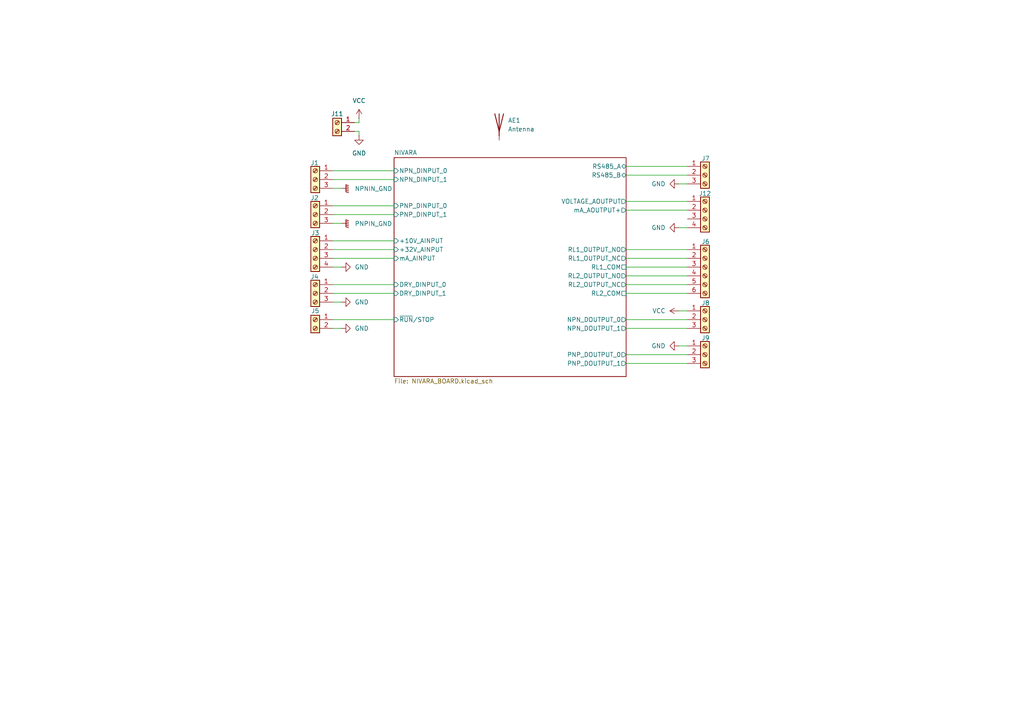
<source format=kicad_sch>
(kicad_sch
	(version 20250114)
	(generator "eeschema")
	(generator_version "9.0")
	(uuid "8290cc18-06d0-4e02-a781-29a61ebc321a")
	(paper "A4")
	(title_block
		(title "NIVARA_BOARD")
		(date "8/7/2025")
		(company "ITLA")
	)
	(lib_symbols
		(symbol "Connector:Screw_Terminal_01x02"
			(pin_names
				(offset 1.016)
				(hide yes)
			)
			(exclude_from_sim no)
			(in_bom yes)
			(on_board yes)
			(property "Reference" "J"
				(at 0 2.54 0)
				(effects
					(font
						(size 1.27 1.27)
					)
				)
			)
			(property "Value" "Screw_Terminal_01x02"
				(at 0 -5.08 0)
				(effects
					(font
						(size 1.27 1.27)
					)
				)
			)
			(property "Footprint" ""
				(at 0 0 0)
				(effects
					(font
						(size 1.27 1.27)
					)
					(hide yes)
				)
			)
			(property "Datasheet" "~"
				(at 0 0 0)
				(effects
					(font
						(size 1.27 1.27)
					)
					(hide yes)
				)
			)
			(property "Description" "Generic screw terminal, single row, 01x02, script generated (kicad-library-utils/schlib/autogen/connector/)"
				(at 0 0 0)
				(effects
					(font
						(size 1.27 1.27)
					)
					(hide yes)
				)
			)
			(property "ki_keywords" "screw terminal"
				(at 0 0 0)
				(effects
					(font
						(size 1.27 1.27)
					)
					(hide yes)
				)
			)
			(property "ki_fp_filters" "TerminalBlock*:*"
				(at 0 0 0)
				(effects
					(font
						(size 1.27 1.27)
					)
					(hide yes)
				)
			)
			(symbol "Screw_Terminal_01x02_1_1"
				(rectangle
					(start -1.27 1.27)
					(end 1.27 -3.81)
					(stroke
						(width 0.254)
						(type default)
					)
					(fill
						(type background)
					)
				)
				(polyline
					(pts
						(xy -0.5334 0.3302) (xy 0.3302 -0.508)
					)
					(stroke
						(width 0.1524)
						(type default)
					)
					(fill
						(type none)
					)
				)
				(polyline
					(pts
						(xy -0.5334 -2.2098) (xy 0.3302 -3.048)
					)
					(stroke
						(width 0.1524)
						(type default)
					)
					(fill
						(type none)
					)
				)
				(polyline
					(pts
						(xy -0.3556 0.508) (xy 0.508 -0.3302)
					)
					(stroke
						(width 0.1524)
						(type default)
					)
					(fill
						(type none)
					)
				)
				(polyline
					(pts
						(xy -0.3556 -2.032) (xy 0.508 -2.8702)
					)
					(stroke
						(width 0.1524)
						(type default)
					)
					(fill
						(type none)
					)
				)
				(circle
					(center 0 0)
					(radius 0.635)
					(stroke
						(width 0.1524)
						(type default)
					)
					(fill
						(type none)
					)
				)
				(circle
					(center 0 -2.54)
					(radius 0.635)
					(stroke
						(width 0.1524)
						(type default)
					)
					(fill
						(type none)
					)
				)
				(pin passive line
					(at -5.08 0 0)
					(length 3.81)
					(name "Pin_1"
						(effects
							(font
								(size 1.27 1.27)
							)
						)
					)
					(number "1"
						(effects
							(font
								(size 1.27 1.27)
							)
						)
					)
				)
				(pin passive line
					(at -5.08 -2.54 0)
					(length 3.81)
					(name "Pin_2"
						(effects
							(font
								(size 1.27 1.27)
							)
						)
					)
					(number "2"
						(effects
							(font
								(size 1.27 1.27)
							)
						)
					)
				)
			)
			(embedded_fonts no)
		)
		(symbol "Connector:Screw_Terminal_01x03"
			(pin_names
				(offset 1.016)
				(hide yes)
			)
			(exclude_from_sim no)
			(in_bom yes)
			(on_board yes)
			(property "Reference" "J"
				(at 0 5.08 0)
				(effects
					(font
						(size 1.27 1.27)
					)
				)
			)
			(property "Value" "Screw_Terminal_01x03"
				(at 0 -5.08 0)
				(effects
					(font
						(size 1.27 1.27)
					)
				)
			)
			(property "Footprint" ""
				(at 0 0 0)
				(effects
					(font
						(size 1.27 1.27)
					)
					(hide yes)
				)
			)
			(property "Datasheet" "~"
				(at 0 0 0)
				(effects
					(font
						(size 1.27 1.27)
					)
					(hide yes)
				)
			)
			(property "Description" "Generic screw terminal, single row, 01x03, script generated (kicad-library-utils/schlib/autogen/connector/)"
				(at 0 0 0)
				(effects
					(font
						(size 1.27 1.27)
					)
					(hide yes)
				)
			)
			(property "ki_keywords" "screw terminal"
				(at 0 0 0)
				(effects
					(font
						(size 1.27 1.27)
					)
					(hide yes)
				)
			)
			(property "ki_fp_filters" "TerminalBlock*:*"
				(at 0 0 0)
				(effects
					(font
						(size 1.27 1.27)
					)
					(hide yes)
				)
			)
			(symbol "Screw_Terminal_01x03_1_1"
				(rectangle
					(start -1.27 3.81)
					(end 1.27 -3.81)
					(stroke
						(width 0.254)
						(type default)
					)
					(fill
						(type background)
					)
				)
				(polyline
					(pts
						(xy -0.5334 2.8702) (xy 0.3302 2.032)
					)
					(stroke
						(width 0.1524)
						(type default)
					)
					(fill
						(type none)
					)
				)
				(polyline
					(pts
						(xy -0.5334 0.3302) (xy 0.3302 -0.508)
					)
					(stroke
						(width 0.1524)
						(type default)
					)
					(fill
						(type none)
					)
				)
				(polyline
					(pts
						(xy -0.5334 -2.2098) (xy 0.3302 -3.048)
					)
					(stroke
						(width 0.1524)
						(type default)
					)
					(fill
						(type none)
					)
				)
				(polyline
					(pts
						(xy -0.3556 3.048) (xy 0.508 2.2098)
					)
					(stroke
						(width 0.1524)
						(type default)
					)
					(fill
						(type none)
					)
				)
				(polyline
					(pts
						(xy -0.3556 0.508) (xy 0.508 -0.3302)
					)
					(stroke
						(width 0.1524)
						(type default)
					)
					(fill
						(type none)
					)
				)
				(polyline
					(pts
						(xy -0.3556 -2.032) (xy 0.508 -2.8702)
					)
					(stroke
						(width 0.1524)
						(type default)
					)
					(fill
						(type none)
					)
				)
				(circle
					(center 0 2.54)
					(radius 0.635)
					(stroke
						(width 0.1524)
						(type default)
					)
					(fill
						(type none)
					)
				)
				(circle
					(center 0 0)
					(radius 0.635)
					(stroke
						(width 0.1524)
						(type default)
					)
					(fill
						(type none)
					)
				)
				(circle
					(center 0 -2.54)
					(radius 0.635)
					(stroke
						(width 0.1524)
						(type default)
					)
					(fill
						(type none)
					)
				)
				(pin passive line
					(at -5.08 2.54 0)
					(length 3.81)
					(name "Pin_1"
						(effects
							(font
								(size 1.27 1.27)
							)
						)
					)
					(number "1"
						(effects
							(font
								(size 1.27 1.27)
							)
						)
					)
				)
				(pin passive line
					(at -5.08 0 0)
					(length 3.81)
					(name "Pin_2"
						(effects
							(font
								(size 1.27 1.27)
							)
						)
					)
					(number "2"
						(effects
							(font
								(size 1.27 1.27)
							)
						)
					)
				)
				(pin passive line
					(at -5.08 -2.54 0)
					(length 3.81)
					(name "Pin_3"
						(effects
							(font
								(size 1.27 1.27)
							)
						)
					)
					(number "3"
						(effects
							(font
								(size 1.27 1.27)
							)
						)
					)
				)
			)
			(embedded_fonts no)
		)
		(symbol "Connector:Screw_Terminal_01x04"
			(pin_names
				(offset 1.016)
				(hide yes)
			)
			(exclude_from_sim no)
			(in_bom yes)
			(on_board yes)
			(property "Reference" "J"
				(at 0 5.08 0)
				(effects
					(font
						(size 1.27 1.27)
					)
				)
			)
			(property "Value" "Screw_Terminal_01x04"
				(at 0 -7.62 0)
				(effects
					(font
						(size 1.27 1.27)
					)
				)
			)
			(property "Footprint" ""
				(at 0 0 0)
				(effects
					(font
						(size 1.27 1.27)
					)
					(hide yes)
				)
			)
			(property "Datasheet" "~"
				(at 0 0 0)
				(effects
					(font
						(size 1.27 1.27)
					)
					(hide yes)
				)
			)
			(property "Description" "Generic screw terminal, single row, 01x04, script generated (kicad-library-utils/schlib/autogen/connector/)"
				(at 0 0 0)
				(effects
					(font
						(size 1.27 1.27)
					)
					(hide yes)
				)
			)
			(property "ki_keywords" "screw terminal"
				(at 0 0 0)
				(effects
					(font
						(size 1.27 1.27)
					)
					(hide yes)
				)
			)
			(property "ki_fp_filters" "TerminalBlock*:*"
				(at 0 0 0)
				(effects
					(font
						(size 1.27 1.27)
					)
					(hide yes)
				)
			)
			(symbol "Screw_Terminal_01x04_1_1"
				(rectangle
					(start -1.27 3.81)
					(end 1.27 -6.35)
					(stroke
						(width 0.254)
						(type default)
					)
					(fill
						(type background)
					)
				)
				(polyline
					(pts
						(xy -0.5334 2.8702) (xy 0.3302 2.032)
					)
					(stroke
						(width 0.1524)
						(type default)
					)
					(fill
						(type none)
					)
				)
				(polyline
					(pts
						(xy -0.5334 0.3302) (xy 0.3302 -0.508)
					)
					(stroke
						(width 0.1524)
						(type default)
					)
					(fill
						(type none)
					)
				)
				(polyline
					(pts
						(xy -0.5334 -2.2098) (xy 0.3302 -3.048)
					)
					(stroke
						(width 0.1524)
						(type default)
					)
					(fill
						(type none)
					)
				)
				(polyline
					(pts
						(xy -0.5334 -4.7498) (xy 0.3302 -5.588)
					)
					(stroke
						(width 0.1524)
						(type default)
					)
					(fill
						(type none)
					)
				)
				(polyline
					(pts
						(xy -0.3556 3.048) (xy 0.508 2.2098)
					)
					(stroke
						(width 0.1524)
						(type default)
					)
					(fill
						(type none)
					)
				)
				(polyline
					(pts
						(xy -0.3556 0.508) (xy 0.508 -0.3302)
					)
					(stroke
						(width 0.1524)
						(type default)
					)
					(fill
						(type none)
					)
				)
				(polyline
					(pts
						(xy -0.3556 -2.032) (xy 0.508 -2.8702)
					)
					(stroke
						(width 0.1524)
						(type default)
					)
					(fill
						(type none)
					)
				)
				(polyline
					(pts
						(xy -0.3556 -4.572) (xy 0.508 -5.4102)
					)
					(stroke
						(width 0.1524)
						(type default)
					)
					(fill
						(type none)
					)
				)
				(circle
					(center 0 2.54)
					(radius 0.635)
					(stroke
						(width 0.1524)
						(type default)
					)
					(fill
						(type none)
					)
				)
				(circle
					(center 0 0)
					(radius 0.635)
					(stroke
						(width 0.1524)
						(type default)
					)
					(fill
						(type none)
					)
				)
				(circle
					(center 0 -2.54)
					(radius 0.635)
					(stroke
						(width 0.1524)
						(type default)
					)
					(fill
						(type none)
					)
				)
				(circle
					(center 0 -5.08)
					(radius 0.635)
					(stroke
						(width 0.1524)
						(type default)
					)
					(fill
						(type none)
					)
				)
				(pin passive line
					(at -5.08 2.54 0)
					(length 3.81)
					(name "Pin_1"
						(effects
							(font
								(size 1.27 1.27)
							)
						)
					)
					(number "1"
						(effects
							(font
								(size 1.27 1.27)
							)
						)
					)
				)
				(pin passive line
					(at -5.08 0 0)
					(length 3.81)
					(name "Pin_2"
						(effects
							(font
								(size 1.27 1.27)
							)
						)
					)
					(number "2"
						(effects
							(font
								(size 1.27 1.27)
							)
						)
					)
				)
				(pin passive line
					(at -5.08 -2.54 0)
					(length 3.81)
					(name "Pin_3"
						(effects
							(font
								(size 1.27 1.27)
							)
						)
					)
					(number "3"
						(effects
							(font
								(size 1.27 1.27)
							)
						)
					)
				)
				(pin passive line
					(at -5.08 -5.08 0)
					(length 3.81)
					(name "Pin_4"
						(effects
							(font
								(size 1.27 1.27)
							)
						)
					)
					(number "4"
						(effects
							(font
								(size 1.27 1.27)
							)
						)
					)
				)
			)
			(embedded_fonts no)
		)
		(symbol "Connector:Screw_Terminal_01x06"
			(pin_names
				(offset 1.016)
				(hide yes)
			)
			(exclude_from_sim no)
			(in_bom yes)
			(on_board yes)
			(property "Reference" "J"
				(at 0 7.62 0)
				(effects
					(font
						(size 1.27 1.27)
					)
				)
			)
			(property "Value" "Screw_Terminal_01x06"
				(at 0 -10.16 0)
				(effects
					(font
						(size 1.27 1.27)
					)
				)
			)
			(property "Footprint" ""
				(at 0 0 0)
				(effects
					(font
						(size 1.27 1.27)
					)
					(hide yes)
				)
			)
			(property "Datasheet" "~"
				(at 0 0 0)
				(effects
					(font
						(size 1.27 1.27)
					)
					(hide yes)
				)
			)
			(property "Description" "Generic screw terminal, single row, 01x06, script generated (kicad-library-utils/schlib/autogen/connector/)"
				(at 0 0 0)
				(effects
					(font
						(size 1.27 1.27)
					)
					(hide yes)
				)
			)
			(property "ki_keywords" "screw terminal"
				(at 0 0 0)
				(effects
					(font
						(size 1.27 1.27)
					)
					(hide yes)
				)
			)
			(property "ki_fp_filters" "TerminalBlock*:*"
				(at 0 0 0)
				(effects
					(font
						(size 1.27 1.27)
					)
					(hide yes)
				)
			)
			(symbol "Screw_Terminal_01x06_1_1"
				(rectangle
					(start -1.27 6.35)
					(end 1.27 -8.89)
					(stroke
						(width 0.254)
						(type default)
					)
					(fill
						(type background)
					)
				)
				(polyline
					(pts
						(xy -0.5334 5.4102) (xy 0.3302 4.572)
					)
					(stroke
						(width 0.1524)
						(type default)
					)
					(fill
						(type none)
					)
				)
				(polyline
					(pts
						(xy -0.5334 2.8702) (xy 0.3302 2.032)
					)
					(stroke
						(width 0.1524)
						(type default)
					)
					(fill
						(type none)
					)
				)
				(polyline
					(pts
						(xy -0.5334 0.3302) (xy 0.3302 -0.508)
					)
					(stroke
						(width 0.1524)
						(type default)
					)
					(fill
						(type none)
					)
				)
				(polyline
					(pts
						(xy -0.5334 -2.2098) (xy 0.3302 -3.048)
					)
					(stroke
						(width 0.1524)
						(type default)
					)
					(fill
						(type none)
					)
				)
				(polyline
					(pts
						(xy -0.5334 -4.7498) (xy 0.3302 -5.588)
					)
					(stroke
						(width 0.1524)
						(type default)
					)
					(fill
						(type none)
					)
				)
				(polyline
					(pts
						(xy -0.5334 -7.2898) (xy 0.3302 -8.128)
					)
					(stroke
						(width 0.1524)
						(type default)
					)
					(fill
						(type none)
					)
				)
				(polyline
					(pts
						(xy -0.3556 5.588) (xy 0.508 4.7498)
					)
					(stroke
						(width 0.1524)
						(type default)
					)
					(fill
						(type none)
					)
				)
				(polyline
					(pts
						(xy -0.3556 3.048) (xy 0.508 2.2098)
					)
					(stroke
						(width 0.1524)
						(type default)
					)
					(fill
						(type none)
					)
				)
				(polyline
					(pts
						(xy -0.3556 0.508) (xy 0.508 -0.3302)
					)
					(stroke
						(width 0.1524)
						(type default)
					)
					(fill
						(type none)
					)
				)
				(polyline
					(pts
						(xy -0.3556 -2.032) (xy 0.508 -2.8702)
					)
					(stroke
						(width 0.1524)
						(type default)
					)
					(fill
						(type none)
					)
				)
				(polyline
					(pts
						(xy -0.3556 -4.572) (xy 0.508 -5.4102)
					)
					(stroke
						(width 0.1524)
						(type default)
					)
					(fill
						(type none)
					)
				)
				(polyline
					(pts
						(xy -0.3556 -7.112) (xy 0.508 -7.9502)
					)
					(stroke
						(width 0.1524)
						(type default)
					)
					(fill
						(type none)
					)
				)
				(circle
					(center 0 5.08)
					(radius 0.635)
					(stroke
						(width 0.1524)
						(type default)
					)
					(fill
						(type none)
					)
				)
				(circle
					(center 0 2.54)
					(radius 0.635)
					(stroke
						(width 0.1524)
						(type default)
					)
					(fill
						(type none)
					)
				)
				(circle
					(center 0 0)
					(radius 0.635)
					(stroke
						(width 0.1524)
						(type default)
					)
					(fill
						(type none)
					)
				)
				(circle
					(center 0 -2.54)
					(radius 0.635)
					(stroke
						(width 0.1524)
						(type default)
					)
					(fill
						(type none)
					)
				)
				(circle
					(center 0 -5.08)
					(radius 0.635)
					(stroke
						(width 0.1524)
						(type default)
					)
					(fill
						(type none)
					)
				)
				(circle
					(center 0 -7.62)
					(radius 0.635)
					(stroke
						(width 0.1524)
						(type default)
					)
					(fill
						(type none)
					)
				)
				(pin passive line
					(at -5.08 5.08 0)
					(length 3.81)
					(name "Pin_1"
						(effects
							(font
								(size 1.27 1.27)
							)
						)
					)
					(number "1"
						(effects
							(font
								(size 1.27 1.27)
							)
						)
					)
				)
				(pin passive line
					(at -5.08 2.54 0)
					(length 3.81)
					(name "Pin_2"
						(effects
							(font
								(size 1.27 1.27)
							)
						)
					)
					(number "2"
						(effects
							(font
								(size 1.27 1.27)
							)
						)
					)
				)
				(pin passive line
					(at -5.08 0 0)
					(length 3.81)
					(name "Pin_3"
						(effects
							(font
								(size 1.27 1.27)
							)
						)
					)
					(number "3"
						(effects
							(font
								(size 1.27 1.27)
							)
						)
					)
				)
				(pin passive line
					(at -5.08 -2.54 0)
					(length 3.81)
					(name "Pin_4"
						(effects
							(font
								(size 1.27 1.27)
							)
						)
					)
					(number "4"
						(effects
							(font
								(size 1.27 1.27)
							)
						)
					)
				)
				(pin passive line
					(at -5.08 -5.08 0)
					(length 3.81)
					(name "Pin_5"
						(effects
							(font
								(size 1.27 1.27)
							)
						)
					)
					(number "5"
						(effects
							(font
								(size 1.27 1.27)
							)
						)
					)
				)
				(pin passive line
					(at -5.08 -7.62 0)
					(length 3.81)
					(name "Pin_6"
						(effects
							(font
								(size 1.27 1.27)
							)
						)
					)
					(number "6"
						(effects
							(font
								(size 1.27 1.27)
							)
						)
					)
				)
			)
			(embedded_fonts no)
		)
		(symbol "Device:Antenna"
			(pin_numbers
				(hide yes)
			)
			(pin_names
				(offset 1.016)
				(hide yes)
			)
			(exclude_from_sim no)
			(in_bom yes)
			(on_board yes)
			(property "Reference" "AE"
				(at -1.905 1.905 0)
				(effects
					(font
						(size 1.27 1.27)
					)
					(justify right)
				)
			)
			(property "Value" "Antenna"
				(at -1.905 0 0)
				(effects
					(font
						(size 1.27 1.27)
					)
					(justify right)
				)
			)
			(property "Footprint" ""
				(at 0 0 0)
				(effects
					(font
						(size 1.27 1.27)
					)
					(hide yes)
				)
			)
			(property "Datasheet" "~"
				(at 0 0 0)
				(effects
					(font
						(size 1.27 1.27)
					)
					(hide yes)
				)
			)
			(property "Description" "Antenna"
				(at 0 0 0)
				(effects
					(font
						(size 1.27 1.27)
					)
					(hide yes)
				)
			)
			(property "ki_keywords" "antenna"
				(at 0 0 0)
				(effects
					(font
						(size 1.27 1.27)
					)
					(hide yes)
				)
			)
			(symbol "Antenna_0_1"
				(polyline
					(pts
						(xy 0 2.54) (xy 0 -3.81)
					)
					(stroke
						(width 0.254)
						(type default)
					)
					(fill
						(type none)
					)
				)
				(polyline
					(pts
						(xy 1.27 2.54) (xy 0 -2.54) (xy -1.27 2.54)
					)
					(stroke
						(width 0.254)
						(type default)
					)
					(fill
						(type none)
					)
				)
			)
			(symbol "Antenna_1_1"
				(pin input line
					(at 0 -5.08 90)
					(length 2.54)
					(name "A"
						(effects
							(font
								(size 1.27 1.27)
							)
						)
					)
					(number "1"
						(effects
							(font
								(size 1.27 1.27)
							)
						)
					)
				)
			)
			(embedded_fonts no)
		)
		(symbol "power:GND"
			(power)
			(pin_numbers
				(hide yes)
			)
			(pin_names
				(offset 0)
				(hide yes)
			)
			(exclude_from_sim no)
			(in_bom yes)
			(on_board yes)
			(property "Reference" "#PWR"
				(at 0 -6.35 0)
				(effects
					(font
						(size 1.27 1.27)
					)
					(hide yes)
				)
			)
			(property "Value" "GND"
				(at 0 -3.81 0)
				(effects
					(font
						(size 1.27 1.27)
					)
				)
			)
			(property "Footprint" ""
				(at 0 0 0)
				(effects
					(font
						(size 1.27 1.27)
					)
					(hide yes)
				)
			)
			(property "Datasheet" ""
				(at 0 0 0)
				(effects
					(font
						(size 1.27 1.27)
					)
					(hide yes)
				)
			)
			(property "Description" "Power symbol creates a global label with name \"GND\" , ground"
				(at 0 0 0)
				(effects
					(font
						(size 1.27 1.27)
					)
					(hide yes)
				)
			)
			(property "ki_keywords" "global power"
				(at 0 0 0)
				(effects
					(font
						(size 1.27 1.27)
					)
					(hide yes)
				)
			)
			(symbol "GND_0_1"
				(polyline
					(pts
						(xy 0 0) (xy 0 -1.27) (xy 1.27 -1.27) (xy 0 -2.54) (xy -1.27 -1.27) (xy 0 -1.27)
					)
					(stroke
						(width 0)
						(type default)
					)
					(fill
						(type none)
					)
				)
			)
			(symbol "GND_1_1"
				(pin power_in line
					(at 0 0 270)
					(length 0)
					(name "~"
						(effects
							(font
								(size 1.27 1.27)
							)
						)
					)
					(number "1"
						(effects
							(font
								(size 1.27 1.27)
							)
						)
					)
				)
			)
			(embedded_fonts no)
		)
		(symbol "power:GNDPWR"
			(power)
			(pin_numbers
				(hide yes)
			)
			(pin_names
				(offset 0)
				(hide yes)
			)
			(exclude_from_sim no)
			(in_bom yes)
			(on_board yes)
			(property "Reference" "#PWR"
				(at 0 -5.08 0)
				(effects
					(font
						(size 1.27 1.27)
					)
					(hide yes)
				)
			)
			(property "Value" "GNDPWR"
				(at 0 -3.302 0)
				(effects
					(font
						(size 1.27 1.27)
					)
				)
			)
			(property "Footprint" ""
				(at 0 -1.27 0)
				(effects
					(font
						(size 1.27 1.27)
					)
					(hide yes)
				)
			)
			(property "Datasheet" ""
				(at 0 -1.27 0)
				(effects
					(font
						(size 1.27 1.27)
					)
					(hide yes)
				)
			)
			(property "Description" "Power symbol creates a global label with name \"GNDPWR\" , global ground"
				(at 0 0 0)
				(effects
					(font
						(size 1.27 1.27)
					)
					(hide yes)
				)
			)
			(property "ki_keywords" "global ground"
				(at 0 0 0)
				(effects
					(font
						(size 1.27 1.27)
					)
					(hide yes)
				)
			)
			(symbol "GNDPWR_0_1"
				(polyline
					(pts
						(xy -1.016 -1.27) (xy -1.27 -2.032) (xy -1.27 -2.032)
					)
					(stroke
						(width 0.2032)
						(type default)
					)
					(fill
						(type none)
					)
				)
				(polyline
					(pts
						(xy -0.508 -1.27) (xy -0.762 -2.032) (xy -0.762 -2.032)
					)
					(stroke
						(width 0.2032)
						(type default)
					)
					(fill
						(type none)
					)
				)
				(polyline
					(pts
						(xy 0 -1.27) (xy 0 0)
					)
					(stroke
						(width 0)
						(type default)
					)
					(fill
						(type none)
					)
				)
				(polyline
					(pts
						(xy 0 -1.27) (xy -0.254 -2.032) (xy -0.254 -2.032)
					)
					(stroke
						(width 0.2032)
						(type default)
					)
					(fill
						(type none)
					)
				)
				(polyline
					(pts
						(xy 0.508 -1.27) (xy 0.254 -2.032) (xy 0.254 -2.032)
					)
					(stroke
						(width 0.2032)
						(type default)
					)
					(fill
						(type none)
					)
				)
				(polyline
					(pts
						(xy 1.016 -1.27) (xy -1.016 -1.27) (xy -1.016 -1.27)
					)
					(stroke
						(width 0.2032)
						(type default)
					)
					(fill
						(type none)
					)
				)
				(polyline
					(pts
						(xy 1.016 -1.27) (xy 0.762 -2.032) (xy 0.762 -2.032) (xy 0.762 -2.032)
					)
					(stroke
						(width 0.2032)
						(type default)
					)
					(fill
						(type none)
					)
				)
			)
			(symbol "GNDPWR_1_1"
				(pin power_in line
					(at 0 0 270)
					(length 0)
					(name "~"
						(effects
							(font
								(size 1.27 1.27)
							)
						)
					)
					(number "1"
						(effects
							(font
								(size 1.27 1.27)
							)
						)
					)
				)
			)
			(embedded_fonts no)
		)
		(symbol "power:VCC"
			(power)
			(pin_numbers
				(hide yes)
			)
			(pin_names
				(offset 0)
				(hide yes)
			)
			(exclude_from_sim no)
			(in_bom yes)
			(on_board yes)
			(property "Reference" "#PWR"
				(at 0 -3.81 0)
				(effects
					(font
						(size 1.27 1.27)
					)
					(hide yes)
				)
			)
			(property "Value" "VCC"
				(at 0 3.556 0)
				(effects
					(font
						(size 1.27 1.27)
					)
				)
			)
			(property "Footprint" ""
				(at 0 0 0)
				(effects
					(font
						(size 1.27 1.27)
					)
					(hide yes)
				)
			)
			(property "Datasheet" ""
				(at 0 0 0)
				(effects
					(font
						(size 1.27 1.27)
					)
					(hide yes)
				)
			)
			(property "Description" "Power symbol creates a global label with name \"VCC\""
				(at 0 0 0)
				(effects
					(font
						(size 1.27 1.27)
					)
					(hide yes)
				)
			)
			(property "ki_keywords" "global power"
				(at 0 0 0)
				(effects
					(font
						(size 1.27 1.27)
					)
					(hide yes)
				)
			)
			(symbol "VCC_0_1"
				(polyline
					(pts
						(xy -0.762 1.27) (xy 0 2.54)
					)
					(stroke
						(width 0)
						(type default)
					)
					(fill
						(type none)
					)
				)
				(polyline
					(pts
						(xy 0 2.54) (xy 0.762 1.27)
					)
					(stroke
						(width 0)
						(type default)
					)
					(fill
						(type none)
					)
				)
				(polyline
					(pts
						(xy 0 0) (xy 0 2.54)
					)
					(stroke
						(width 0)
						(type default)
					)
					(fill
						(type none)
					)
				)
			)
			(symbol "VCC_1_1"
				(pin power_in line
					(at 0 0 90)
					(length 0)
					(name "~"
						(effects
							(font
								(size 1.27 1.27)
							)
						)
					)
					(number "1"
						(effects
							(font
								(size 1.27 1.27)
							)
						)
					)
				)
			)
			(embedded_fonts no)
		)
	)
	(wire
		(pts
			(xy 96.52 54.61) (xy 99.06 54.61)
		)
		(stroke
			(width 0)
			(type default)
		)
		(uuid "10910ba0-47b9-4604-b87a-e9569d25ce8d")
	)
	(wire
		(pts
			(xy 96.52 64.77) (xy 99.06 64.77)
		)
		(stroke
			(width 0)
			(type default)
		)
		(uuid "1868de76-c9b1-4eb9-94bc-89e56b0027a5")
	)
	(wire
		(pts
			(xy 181.61 92.71) (xy 199.39 92.71)
		)
		(stroke
			(width 0)
			(type default)
		)
		(uuid "2175c94b-5098-4ba7-bf16-aefdc2dd210c")
	)
	(wire
		(pts
			(xy 181.61 72.39) (xy 199.39 72.39)
		)
		(stroke
			(width 0)
			(type default)
		)
		(uuid "295f0da3-06cc-479d-b848-0da8b6db71b9")
	)
	(wire
		(pts
			(xy 181.61 102.87) (xy 199.39 102.87)
		)
		(stroke
			(width 0)
			(type default)
		)
		(uuid "30a607a1-92fd-4a29-969a-16e621b414d6")
	)
	(wire
		(pts
			(xy 96.52 62.23) (xy 114.3 62.23)
		)
		(stroke
			(width 0)
			(type default)
		)
		(uuid "39fa4e1c-ff66-44c9-bc81-d2785d072871")
	)
	(wire
		(pts
			(xy 96.52 72.39) (xy 114.3 72.39)
		)
		(stroke
			(width 0)
			(type default)
		)
		(uuid "3ad9b961-6d07-4650-a2e1-1462b5199d27")
	)
	(wire
		(pts
			(xy 196.85 90.17) (xy 199.39 90.17)
		)
		(stroke
			(width 0)
			(type default)
		)
		(uuid "3c9d1e47-ad0a-4f26-a02c-36d6f1e0749f")
	)
	(wire
		(pts
			(xy 181.61 80.01) (xy 199.39 80.01)
		)
		(stroke
			(width 0)
			(type default)
		)
		(uuid "47188c51-19da-42c7-b6f7-f7df4cd16f1b")
	)
	(wire
		(pts
			(xy 96.52 52.07) (xy 114.3 52.07)
		)
		(stroke
			(width 0)
			(type default)
		)
		(uuid "63967b44-d0e6-4985-84ff-7c6f89b42429")
	)
	(wire
		(pts
			(xy 181.61 60.96) (xy 199.39 60.96)
		)
		(stroke
			(width 0)
			(type default)
		)
		(uuid "68c9f81d-c3ab-4dd7-90ea-47b7c15b8669")
	)
	(wire
		(pts
			(xy 181.61 48.26) (xy 199.39 48.26)
		)
		(stroke
			(width 0)
			(type default)
		)
		(uuid "748303d1-8168-4d22-8e94-637e8ef85735")
	)
	(wire
		(pts
			(xy 181.61 85.09) (xy 199.39 85.09)
		)
		(stroke
			(width 0)
			(type default)
		)
		(uuid "7944358a-f625-48f3-bd09-ea3de6d6da2a")
	)
	(wire
		(pts
			(xy 196.85 100.33) (xy 199.39 100.33)
		)
		(stroke
			(width 0)
			(type default)
		)
		(uuid "80952afb-54a6-4c5a-b8b8-6f5b7f6645cd")
	)
	(wire
		(pts
			(xy 96.52 85.09) (xy 114.3 85.09)
		)
		(stroke
			(width 0)
			(type default)
		)
		(uuid "817a1ad0-4508-4589-a408-de73394a67e3")
	)
	(wire
		(pts
			(xy 96.52 69.85) (xy 114.3 69.85)
		)
		(stroke
			(width 0)
			(type default)
		)
		(uuid "867b1b4f-70e0-45be-8214-081b011da3ae")
	)
	(wire
		(pts
			(xy 196.85 53.34) (xy 199.39 53.34)
		)
		(stroke
			(width 0)
			(type default)
		)
		(uuid "8b14870a-49a5-4569-b018-ff054bf80c66")
	)
	(wire
		(pts
			(xy 96.52 74.93) (xy 114.3 74.93)
		)
		(stroke
			(width 0)
			(type default)
		)
		(uuid "914a522a-5601-4d28-9250-b07df7a5ba1b")
	)
	(wire
		(pts
			(xy 96.52 59.69) (xy 114.3 59.69)
		)
		(stroke
			(width 0)
			(type default)
		)
		(uuid "971957dd-727a-461b-bb92-f7fc2ac3e490")
	)
	(wire
		(pts
			(xy 181.61 74.93) (xy 199.39 74.93)
		)
		(stroke
			(width 0)
			(type default)
		)
		(uuid "9ab9f7c9-9231-42e3-aba0-9ab6c8c9fb04")
	)
	(wire
		(pts
			(xy 104.14 35.56) (xy 104.14 34.29)
		)
		(stroke
			(width 0)
			(type default)
		)
		(uuid "9e6e3a47-64f1-45d8-9563-79890ec494af")
	)
	(wire
		(pts
			(xy 96.52 95.25) (xy 99.06 95.25)
		)
		(stroke
			(width 0)
			(type default)
		)
		(uuid "ac6626c6-b388-4b59-8744-0f078568f3eb")
	)
	(wire
		(pts
			(xy 96.52 87.63) (xy 99.06 87.63)
		)
		(stroke
			(width 0)
			(type default)
		)
		(uuid "af22f126-c9b5-4ae7-a53d-86e1e1af825f")
	)
	(wire
		(pts
			(xy 102.87 35.56) (xy 104.14 35.56)
		)
		(stroke
			(width 0)
			(type default)
		)
		(uuid "af3e0336-8565-4793-aea7-3e95a52aa0b5")
	)
	(wire
		(pts
			(xy 181.61 58.42) (xy 199.39 58.42)
		)
		(stroke
			(width 0)
			(type default)
		)
		(uuid "b0d2d129-2864-485a-8f34-c77b07934a0f")
	)
	(wire
		(pts
			(xy 181.61 50.8) (xy 199.39 50.8)
		)
		(stroke
			(width 0)
			(type default)
		)
		(uuid "d3104bdc-6eac-4776-8d03-c5dd3e7f47d6")
	)
	(wire
		(pts
			(xy 181.61 77.47) (xy 199.39 77.47)
		)
		(stroke
			(width 0)
			(type default)
		)
		(uuid "dab8a0d6-4987-4aa5-bbea-e4bba3dfd1ac")
	)
	(wire
		(pts
			(xy 96.52 82.55) (xy 114.3 82.55)
		)
		(stroke
			(width 0)
			(type default)
		)
		(uuid "e09d4447-189c-4908-b0c5-f53f97bc4b3d")
	)
	(wire
		(pts
			(xy 196.85 66.04) (xy 199.39 66.04)
		)
		(stroke
			(width 0)
			(type default)
		)
		(uuid "e2eebae6-d333-40e6-88f8-2ae6c5492b30")
	)
	(wire
		(pts
			(xy 181.61 82.55) (xy 199.39 82.55)
		)
		(stroke
			(width 0)
			(type default)
		)
		(uuid "e3b24c87-4175-4191-8746-68ec0edbec4a")
	)
	(wire
		(pts
			(xy 102.87 38.1) (xy 104.14 38.1)
		)
		(stroke
			(width 0)
			(type default)
		)
		(uuid "e4838255-4d05-49f1-a59b-5358019ec3ea")
	)
	(wire
		(pts
			(xy 96.52 92.71) (xy 114.3 92.71)
		)
		(stroke
			(width 0)
			(type default)
		)
		(uuid "e7c454e1-6cb5-4920-a00d-466c69723cfe")
	)
	(wire
		(pts
			(xy 96.52 77.47) (xy 99.06 77.47)
		)
		(stroke
			(width 0)
			(type default)
		)
		(uuid "ec0e7fb0-aa8f-4a0d-ab8e-bee509cbb9e7")
	)
	(wire
		(pts
			(xy 181.61 95.25) (xy 199.39 95.25)
		)
		(stroke
			(width 0)
			(type default)
		)
		(uuid "ec700187-3bb2-4ad0-bf11-09c78615ae37")
	)
	(wire
		(pts
			(xy 104.14 38.1) (xy 104.14 39.37)
		)
		(stroke
			(width 0)
			(type default)
		)
		(uuid "f38181ec-ed3a-4dca-b128-5d4cae0e9e8c")
	)
	(wire
		(pts
			(xy 181.61 105.41) (xy 199.39 105.41)
		)
		(stroke
			(width 0)
			(type default)
		)
		(uuid "f3eb829c-9bc3-4fb2-b4b1-1ac9d66880da")
	)
	(wire
		(pts
			(xy 96.52 49.53) (xy 114.3 49.53)
		)
		(stroke
			(width 0)
			(type default)
		)
		(uuid "fb6c3526-2b47-494b-aa34-ddc2d69f4855")
	)
	(symbol
		(lib_id "power:VCC")
		(at 104.14 34.29 0)
		(unit 1)
		(exclude_from_sim no)
		(in_bom yes)
		(on_board yes)
		(dnp no)
		(fields_autoplaced yes)
		(uuid "1e53e5bd-56a3-4d24-97fb-11a08909ca79")
		(property "Reference" "#PWR7"
			(at 104.14 38.1 0)
			(effects
				(font
					(size 1.27 1.27)
				)
				(hide yes)
			)
		)
		(property "Value" "VCC"
			(at 104.14 29.21 0)
			(effects
				(font
					(size 1.27 1.27)
				)
			)
		)
		(property "Footprint" ""
			(at 104.14 34.29 0)
			(effects
				(font
					(size 1.27 1.27)
				)
				(hide yes)
			)
		)
		(property "Datasheet" ""
			(at 104.14 34.29 0)
			(effects
				(font
					(size 1.27 1.27)
				)
				(hide yes)
			)
		)
		(property "Description" "Power symbol creates a global label with name \"VCC\""
			(at 104.14 34.29 0)
			(effects
				(font
					(size 1.27 1.27)
				)
				(hide yes)
			)
		)
		(pin "1"
			(uuid "e4492db2-ae95-46b0-9932-e9d8917c94cb")
		)
		(instances
			(project ""
				(path "/8290cc18-06d0-4e02-a781-29a61ebc321a"
					(reference "#PWR7")
					(unit 1)
				)
			)
		)
	)
	(symbol
		(lib_id "power:GND")
		(at 196.85 66.04 270)
		(unit 1)
		(exclude_from_sim no)
		(in_bom yes)
		(on_board yes)
		(dnp no)
		(fields_autoplaced yes)
		(uuid "2456bf3a-0e0b-4bcd-b197-696d38d5f7d6")
		(property "Reference" "#PWR5"
			(at 190.5 66.04 0)
			(effects
				(font
					(size 1.27 1.27)
				)
				(hide yes)
			)
		)
		(property "Value" "GND"
			(at 193.04 66.0399 90)
			(effects
				(font
					(size 1.27 1.27)
				)
				(justify right)
			)
		)
		(property "Footprint" ""
			(at 196.85 66.04 0)
			(effects
				(font
					(size 1.27 1.27)
				)
				(hide yes)
			)
		)
		(property "Datasheet" ""
			(at 196.85 66.04 0)
			(effects
				(font
					(size 1.27 1.27)
				)
				(hide yes)
			)
		)
		(property "Description" "Power symbol creates a global label with name \"GND\" , ground"
			(at 196.85 66.04 0)
			(effects
				(font
					(size 1.27 1.27)
				)
				(hide yes)
			)
		)
		(pin "1"
			(uuid "c31accbf-8a00-4fd2-a8ae-899e4e6d4770")
		)
		(instances
			(project "NIVARA"
				(path "/8290cc18-06d0-4e02-a781-29a61ebc321a"
					(reference "#PWR5")
					(unit 1)
				)
			)
		)
	)
	(symbol
		(lib_id "power:GND")
		(at 99.06 87.63 90)
		(unit 1)
		(exclude_from_sim no)
		(in_bom yes)
		(on_board yes)
		(dnp no)
		(fields_autoplaced yes)
		(uuid "49ae1290-d441-4781-812e-02c9d55b12d3")
		(property "Reference" "#PWR067"
			(at 105.41 87.63 0)
			(effects
				(font
					(size 1.27 1.27)
				)
				(hide yes)
			)
		)
		(property "Value" "GND"
			(at 102.87 87.6299 90)
			(effects
				(font
					(size 1.27 1.27)
				)
				(justify right)
			)
		)
		(property "Footprint" ""
			(at 99.06 87.63 0)
			(effects
				(font
					(size 1.27 1.27)
				)
				(hide yes)
			)
		)
		(property "Datasheet" ""
			(at 99.06 87.63 0)
			(effects
				(font
					(size 1.27 1.27)
				)
				(hide yes)
			)
		)
		(property "Description" "Power symbol creates a global label with name \"GND\" , ground"
			(at 99.06 87.63 0)
			(effects
				(font
					(size 1.27 1.27)
				)
				(hide yes)
			)
		)
		(pin "1"
			(uuid "44ff0d0e-f6bd-4ef7-b29b-af445c521b07")
		)
		(instances
			(project "NIVARA"
				(path "/8290cc18-06d0-4e02-a781-29a61ebc321a"
					(reference "#PWR067")
					(unit 1)
				)
			)
		)
	)
	(symbol
		(lib_id "Connector:Screw_Terminal_01x04")
		(at 204.47 60.96 0)
		(unit 1)
		(exclude_from_sim no)
		(in_bom yes)
		(on_board yes)
		(dnp no)
		(uuid "4e39cab3-8e45-42b5-b750-0fd659452d2a")
		(property "Reference" "J12"
			(at 204.47 56.134 0)
			(effects
				(font
					(size 1.27 1.27)
				)
			)
		)
		(property "Value" "Screw_Terminal_01x04"
			(at 204.47 54.61 0)
			(effects
				(font
					(size 1.27 1.27)
				)
				(hide yes)
			)
		)
		(property "Footprint" ""
			(at 204.47 60.96 0)
			(effects
				(font
					(size 1.27 1.27)
				)
				(hide yes)
			)
		)
		(property "Datasheet" "~"
			(at 204.47 60.96 0)
			(effects
				(font
					(size 1.27 1.27)
				)
				(hide yes)
			)
		)
		(property "Description" "Generic screw terminal, single row, 01x04, script generated (kicad-library-utils/schlib/autogen/connector/)"
			(at 204.47 60.96 0)
			(effects
				(font
					(size 1.27 1.27)
				)
				(hide yes)
			)
		)
		(pin "4"
			(uuid "2a2be40e-bb11-4948-b366-2e9badc28bb9")
		)
		(pin "2"
			(uuid "073ed034-b70e-4cfd-b579-3a7d8819799a")
		)
		(pin "1"
			(uuid "d5c2a25d-7a51-4a2d-8c6b-cc8c18aacfee")
		)
		(pin "3"
			(uuid "c7d1a22e-dbdd-4312-aad1-d7b7d49daf86")
		)
		(instances
			(project "NIVARA"
				(path "/8290cc18-06d0-4e02-a781-29a61ebc321a"
					(reference "J12")
					(unit 1)
				)
			)
		)
	)
	(symbol
		(lib_id "Connector:Screw_Terminal_01x03")
		(at 204.47 102.87 0)
		(unit 1)
		(exclude_from_sim no)
		(in_bom yes)
		(on_board yes)
		(dnp no)
		(uuid "4f1df735-16c2-424b-bdb9-4260a852edf2")
		(property "Reference" "J9"
			(at 203.454 98.044 0)
			(effects
				(font
					(size 1.27 1.27)
				)
				(justify left)
			)
		)
		(property "Value" "Screw_Terminal_01x03"
			(at 207.01 104.1399 0)
			(effects
				(font
					(size 1.27 1.27)
				)
				(justify left)
				(hide yes)
			)
		)
		(property "Footprint" ""
			(at 204.47 102.87 0)
			(effects
				(font
					(size 1.27 1.27)
				)
				(hide yes)
			)
		)
		(property "Datasheet" "~"
			(at 204.47 102.87 0)
			(effects
				(font
					(size 1.27 1.27)
				)
				(hide yes)
			)
		)
		(property "Description" "Generic screw terminal, single row, 01x03, script generated (kicad-library-utils/schlib/autogen/connector/)"
			(at 204.47 102.87 0)
			(effects
				(font
					(size 1.27 1.27)
				)
				(hide yes)
			)
		)
		(pin "2"
			(uuid "1b3151c7-6613-4e12-8894-e823c17cb151")
		)
		(pin "1"
			(uuid "38a2b586-78cb-45f1-90f4-6f0446d5a9cf")
		)
		(pin "3"
			(uuid "d73bb8d4-1ec9-4d68-812d-ec00a9aa0a7c")
		)
		(instances
			(project "NIVARA"
				(path "/8290cc18-06d0-4e02-a781-29a61ebc321a"
					(reference "J9")
					(unit 1)
				)
			)
		)
	)
	(symbol
		(lib_id "Connector:Screw_Terminal_01x06")
		(at 204.47 77.47 0)
		(unit 1)
		(exclude_from_sim no)
		(in_bom yes)
		(on_board yes)
		(dnp no)
		(uuid "52b6dd90-d391-43df-a165-f2203c7f7801")
		(property "Reference" "J6"
			(at 203.454 70.104 0)
			(effects
				(font
					(size 1.27 1.27)
				)
				(justify left)
			)
		)
		(property "Value" "Screw_Terminal_01x06"
			(at 207.01 80.0099 0)
			(effects
				(font
					(size 1.27 1.27)
				)
				(justify left)
				(hide yes)
			)
		)
		(property "Footprint" ""
			(at 204.47 77.47 0)
			(effects
				(font
					(size 1.27 1.27)
				)
				(hide yes)
			)
		)
		(property "Datasheet" "~"
			(at 204.47 77.47 0)
			(effects
				(font
					(size 1.27 1.27)
				)
				(hide yes)
			)
		)
		(property "Description" "Generic screw terminal, single row, 01x06, script generated (kicad-library-utils/schlib/autogen/connector/)"
			(at 204.47 77.47 0)
			(effects
				(font
					(size 1.27 1.27)
				)
				(hide yes)
			)
		)
		(pin "5"
			(uuid "1610c29f-c5ef-446e-85af-e0a0110a3881")
		)
		(pin "6"
			(uuid "f9491002-2900-4319-8b17-125a5c769f98")
		)
		(pin "1"
			(uuid "1055ab09-5992-4b65-8079-5b757e02639e")
		)
		(pin "2"
			(uuid "30997bb1-9735-4a58-92e4-5e62928263e3")
		)
		(pin "3"
			(uuid "bdf546da-f5b4-4352-8375-23c39e1d3af4")
		)
		(pin "4"
			(uuid "44ef8b34-0711-481f-b6c7-2732a3aa797b")
		)
		(instances
			(project ""
				(path "/8290cc18-06d0-4e02-a781-29a61ebc321a"
					(reference "J6")
					(unit 1)
				)
			)
		)
	)
	(symbol
		(lib_id "Connector:Screw_Terminal_01x02")
		(at 91.44 92.71 0)
		(mirror y)
		(unit 1)
		(exclude_from_sim no)
		(in_bom yes)
		(on_board yes)
		(dnp no)
		(uuid "574ebf57-d562-4a3b-af00-ed4227ad6dfc")
		(property "Reference" "J5"
			(at 91.44 90.17 0)
			(effects
				(font
					(size 1.27 1.27)
				)
			)
		)
		(property "Value" "Screw_Terminal_01x02"
			(at 91.44 88.9 0)
			(effects
				(font
					(size 1.27 1.27)
				)
				(hide yes)
			)
		)
		(property "Footprint" ""
			(at 91.44 92.71 0)
			(effects
				(font
					(size 1.27 1.27)
				)
				(hide yes)
			)
		)
		(property "Datasheet" "~"
			(at 91.44 92.71 0)
			(effects
				(font
					(size 1.27 1.27)
				)
				(hide yes)
			)
		)
		(property "Description" "Generic screw terminal, single row, 01x02, script generated (kicad-library-utils/schlib/autogen/connector/)"
			(at 91.44 92.71 0)
			(effects
				(font
					(size 1.27 1.27)
				)
				(hide yes)
			)
		)
		(pin "2"
			(uuid "1e4b2b9f-4a85-450e-9778-3bc3bc4cce59")
		)
		(pin "1"
			(uuid "bb4db1d6-7125-4dc1-9f05-210efcd73553")
		)
		(instances
			(project "NIVARA"
				(path "/8290cc18-06d0-4e02-a781-29a61ebc321a"
					(reference "J5")
					(unit 1)
				)
			)
		)
	)
	(symbol
		(lib_id "power:GNDPWR")
		(at 99.06 54.61 90)
		(unit 1)
		(exclude_from_sim no)
		(in_bom yes)
		(on_board yes)
		(dnp no)
		(fields_autoplaced yes)
		(uuid "7a7bd987-3f00-4f14-b0ef-9d9c2540debb")
		(property "Reference" "#PWR065"
			(at 104.14 54.61 0)
			(effects
				(font
					(size 1.27 1.27)
				)
				(hide yes)
			)
		)
		(property "Value" "NPNIN_GND"
			(at 102.87 54.7369 90)
			(effects
				(font
					(size 1.27 1.27)
				)
				(justify right)
			)
		)
		(property "Footprint" ""
			(at 100.33 54.61 0)
			(effects
				(font
					(size 1.27 1.27)
				)
				(hide yes)
			)
		)
		(property "Datasheet" ""
			(at 100.33 54.61 0)
			(effects
				(font
					(size 1.27 1.27)
				)
				(hide yes)
			)
		)
		(property "Description" "Power symbol creates a global label with name \"GNDPWR\" , global ground"
			(at 99.06 54.61 0)
			(effects
				(font
					(size 1.27 1.27)
				)
				(hide yes)
			)
		)
		(pin "1"
			(uuid "f75087d8-369f-44ad-82ad-cb55707fd981")
		)
		(instances
			(project ""
				(path "/8290cc18-06d0-4e02-a781-29a61ebc321a"
					(reference "#PWR065")
					(unit 1)
				)
			)
		)
	)
	(symbol
		(lib_id "Connector:Screw_Terminal_01x03")
		(at 91.44 52.07 0)
		(mirror y)
		(unit 1)
		(exclude_from_sim no)
		(in_bom yes)
		(on_board yes)
		(dnp no)
		(uuid "86a3f6d5-3cfd-4fb7-b5cf-54dc0e44c537")
		(property "Reference" "J1"
			(at 92.456 47.244 0)
			(effects
				(font
					(size 1.27 1.27)
				)
				(justify left)
			)
		)
		(property "Value" "Screw_Terminal_01x03"
			(at 88.9 53.3399 0)
			(effects
				(font
					(size 1.27 1.27)
				)
				(justify left)
				(hide yes)
			)
		)
		(property "Footprint" ""
			(at 91.44 52.07 0)
			(effects
				(font
					(size 1.27 1.27)
				)
				(hide yes)
			)
		)
		(property "Datasheet" "~"
			(at 91.44 52.07 0)
			(effects
				(font
					(size 1.27 1.27)
				)
				(hide yes)
			)
		)
		(property "Description" "Generic screw terminal, single row, 01x03, script generated (kicad-library-utils/schlib/autogen/connector/)"
			(at 91.44 52.07 0)
			(effects
				(font
					(size 1.27 1.27)
				)
				(hide yes)
			)
		)
		(pin "2"
			(uuid "0a0922c6-1017-423b-8ce3-cf278e833dd8")
		)
		(pin "1"
			(uuid "aed62517-30fa-45d2-b773-945225aae54f")
		)
		(pin "3"
			(uuid "49d10e5d-e2ad-422f-a13e-3f56d4adf2c5")
		)
		(instances
			(project "NIVARA"
				(path "/8290cc18-06d0-4e02-a781-29a61ebc321a"
					(reference "J1")
					(unit 1)
				)
			)
		)
	)
	(symbol
		(lib_id "power:GND")
		(at 99.06 95.25 90)
		(unit 1)
		(exclude_from_sim no)
		(in_bom yes)
		(on_board yes)
		(dnp no)
		(fields_autoplaced yes)
		(uuid "972653f8-a29d-42fd-8daa-0161d6fa6dd7")
		(property "Reference" "#PWR3"
			(at 105.41 95.25 0)
			(effects
				(font
					(size 1.27 1.27)
				)
				(hide yes)
			)
		)
		(property "Value" "GND"
			(at 102.87 95.2499 90)
			(effects
				(font
					(size 1.27 1.27)
				)
				(justify right)
			)
		)
		(property "Footprint" ""
			(at 99.06 95.25 0)
			(effects
				(font
					(size 1.27 1.27)
				)
				(hide yes)
			)
		)
		(property "Datasheet" ""
			(at 99.06 95.25 0)
			(effects
				(font
					(size 1.27 1.27)
				)
				(hide yes)
			)
		)
		(property "Description" "Power symbol creates a global label with name \"GND\" , ground"
			(at 99.06 95.25 0)
			(effects
				(font
					(size 1.27 1.27)
				)
				(hide yes)
			)
		)
		(pin "1"
			(uuid "0255c137-c8d9-4ebd-8eac-fb45b49263be")
		)
		(instances
			(project "NIVARA"
				(path "/8290cc18-06d0-4e02-a781-29a61ebc321a"
					(reference "#PWR3")
					(unit 1)
				)
			)
		)
	)
	(symbol
		(lib_id "Connector:Screw_Terminal_01x04")
		(at 91.44 72.39 0)
		(mirror y)
		(unit 1)
		(exclude_from_sim no)
		(in_bom yes)
		(on_board yes)
		(dnp no)
		(uuid "a1c24f85-a8ba-4552-9324-32bd4a843b50")
		(property "Reference" "J3"
			(at 91.44 67.564 0)
			(effects
				(font
					(size 1.27 1.27)
				)
			)
		)
		(property "Value" "Screw_Terminal_01x04"
			(at 91.44 66.04 0)
			(effects
				(font
					(size 1.27 1.27)
				)
				(hide yes)
			)
		)
		(property "Footprint" ""
			(at 91.44 72.39 0)
			(effects
				(font
					(size 1.27 1.27)
				)
				(hide yes)
			)
		)
		(property "Datasheet" "~"
			(at 91.44 72.39 0)
			(effects
				(font
					(size 1.27 1.27)
				)
				(hide yes)
			)
		)
		(property "Description" "Generic screw terminal, single row, 01x04, script generated (kicad-library-utils/schlib/autogen/connector/)"
			(at 91.44 72.39 0)
			(effects
				(font
					(size 1.27 1.27)
				)
				(hide yes)
			)
		)
		(pin "4"
			(uuid "9625e74e-0fe1-4fc3-b634-e192a95bb4a2")
		)
		(pin "2"
			(uuid "f4f4d2e6-ec73-45dd-a4c9-5001bf03920a")
		)
		(pin "1"
			(uuid "699c03c3-41a2-43a4-8d0d-825e4769e048")
		)
		(pin "3"
			(uuid "d4393adc-d3f2-405f-a63c-913ce3cde4e7")
		)
		(instances
			(project ""
				(path "/8290cc18-06d0-4e02-a781-29a61ebc321a"
					(reference "J3")
					(unit 1)
				)
			)
		)
	)
	(symbol
		(lib_id "power:GNDPWR")
		(at 99.06 64.77 90)
		(unit 1)
		(exclude_from_sim no)
		(in_bom yes)
		(on_board yes)
		(dnp no)
		(fields_autoplaced yes)
		(uuid "a5c1bfbc-0854-4d5f-9f25-f31b0c82af3d")
		(property "Reference" "#PWR066"
			(at 104.14 64.77 0)
			(effects
				(font
					(size 1.27 1.27)
				)
				(hide yes)
			)
		)
		(property "Value" "PNPIN_GND"
			(at 102.87 64.8969 90)
			(effects
				(font
					(size 1.27 1.27)
				)
				(justify right)
			)
		)
		(property "Footprint" ""
			(at 100.33 64.77 0)
			(effects
				(font
					(size 1.27 1.27)
				)
				(hide yes)
			)
		)
		(property "Datasheet" ""
			(at 100.33 64.77 0)
			(effects
				(font
					(size 1.27 1.27)
				)
				(hide yes)
			)
		)
		(property "Description" "Power symbol creates a global label with name \"GNDPWR\" , global ground"
			(at 99.06 64.77 0)
			(effects
				(font
					(size 1.27 1.27)
				)
				(hide yes)
			)
		)
		(pin "1"
			(uuid "407eac6e-ad3d-495b-bbe6-d5a4ea22014b")
		)
		(instances
			(project ""
				(path "/8290cc18-06d0-4e02-a781-29a61ebc321a"
					(reference "#PWR066")
					(unit 1)
				)
			)
		)
	)
	(symbol
		(lib_id "power:VCC")
		(at 196.85 90.17 90)
		(unit 1)
		(exclude_from_sim no)
		(in_bom yes)
		(on_board yes)
		(dnp no)
		(fields_autoplaced yes)
		(uuid "b05d27f0-5f63-418f-b2ad-1135d66d6671")
		(property "Reference" "#PWR068"
			(at 200.66 90.17 0)
			(effects
				(font
					(size 1.27 1.27)
				)
				(hide yes)
			)
		)
		(property "Value" "VCC"
			(at 193.04 90.1699 90)
			(effects
				(font
					(size 1.27 1.27)
				)
				(justify left)
			)
		)
		(property "Footprint" ""
			(at 196.85 90.17 0)
			(effects
				(font
					(size 1.27 1.27)
				)
				(hide yes)
			)
		)
		(property "Datasheet" ""
			(at 196.85 90.17 0)
			(effects
				(font
					(size 1.27 1.27)
				)
				(hide yes)
			)
		)
		(property "Description" "Power symbol creates a global label with name \"VCC\""
			(at 196.85 90.17 0)
			(effects
				(font
					(size 1.27 1.27)
				)
				(hide yes)
			)
		)
		(pin "1"
			(uuid "78a4d08d-5410-44cb-a0b1-b00932ec0268")
		)
		(instances
			(project "NIVARA"
				(path "/8290cc18-06d0-4e02-a781-29a61ebc321a"
					(reference "#PWR068")
					(unit 1)
				)
			)
		)
	)
	(symbol
		(lib_id "power:GND")
		(at 104.14 39.37 0)
		(unit 1)
		(exclude_from_sim no)
		(in_bom yes)
		(on_board yes)
		(dnp no)
		(fields_autoplaced yes)
		(uuid "be999b06-0237-4b1a-827b-171738b6de21")
		(property "Reference" "#PWR6"
			(at 104.14 45.72 0)
			(effects
				(font
					(size 1.27 1.27)
				)
				(hide yes)
			)
		)
		(property "Value" "GND"
			(at 104.14 44.45 0)
			(effects
				(font
					(size 1.27 1.27)
				)
			)
		)
		(property "Footprint" ""
			(at 104.14 39.37 0)
			(effects
				(font
					(size 1.27 1.27)
				)
				(hide yes)
			)
		)
		(property "Datasheet" ""
			(at 104.14 39.37 0)
			(effects
				(font
					(size 1.27 1.27)
				)
				(hide yes)
			)
		)
		(property "Description" "Power symbol creates a global label with name \"GND\" , ground"
			(at 104.14 39.37 0)
			(effects
				(font
					(size 1.27 1.27)
				)
				(hide yes)
			)
		)
		(pin "1"
			(uuid "1444e1c4-e78b-4eac-b4d5-2467a22ae772")
		)
		(instances
			(project ""
				(path "/8290cc18-06d0-4e02-a781-29a61ebc321a"
					(reference "#PWR6")
					(unit 1)
				)
			)
		)
	)
	(symbol
		(lib_id "power:GND")
		(at 196.85 100.33 270)
		(unit 1)
		(exclude_from_sim no)
		(in_bom yes)
		(on_board yes)
		(dnp no)
		(fields_autoplaced yes)
		(uuid "c79a4f33-aa84-4c3c-95e3-ef040e40be5c")
		(property "Reference" "#PWR069"
			(at 190.5 100.33 0)
			(effects
				(font
					(size 1.27 1.27)
				)
				(hide yes)
			)
		)
		(property "Value" "GND"
			(at 193.04 100.3299 90)
			(effects
				(font
					(size 1.27 1.27)
				)
				(justify right)
			)
		)
		(property "Footprint" ""
			(at 196.85 100.33 0)
			(effects
				(font
					(size 1.27 1.27)
				)
				(hide yes)
			)
		)
		(property "Datasheet" ""
			(at 196.85 100.33 0)
			(effects
				(font
					(size 1.27 1.27)
				)
				(hide yes)
			)
		)
		(property "Description" "Power symbol creates a global label with name \"GND\" , ground"
			(at 196.85 100.33 0)
			(effects
				(font
					(size 1.27 1.27)
				)
				(hide yes)
			)
		)
		(pin "1"
			(uuid "50bd8982-ba74-439e-85e8-e70770a3c88e")
		)
		(instances
			(project "NIVARA"
				(path "/8290cc18-06d0-4e02-a781-29a61ebc321a"
					(reference "#PWR069")
					(unit 1)
				)
			)
		)
	)
	(symbol
		(lib_id "Connector:Screw_Terminal_01x03")
		(at 91.44 62.23 0)
		(mirror y)
		(unit 1)
		(exclude_from_sim no)
		(in_bom yes)
		(on_board yes)
		(dnp no)
		(uuid "cc284215-26d2-464d-9d28-fdf11e6212f8")
		(property "Reference" "J2"
			(at 92.456 57.404 0)
			(effects
				(font
					(size 1.27 1.27)
				)
				(justify left)
			)
		)
		(property "Value" "Screw_Terminal_01x03"
			(at 88.9 63.4999 0)
			(effects
				(font
					(size 1.27 1.27)
				)
				(justify left)
				(hide yes)
			)
		)
		(property "Footprint" ""
			(at 91.44 62.23 0)
			(effects
				(font
					(size 1.27 1.27)
				)
				(hide yes)
			)
		)
		(property "Datasheet" "~"
			(at 91.44 62.23 0)
			(effects
				(font
					(size 1.27 1.27)
				)
				(hide yes)
			)
		)
		(property "Description" "Generic screw terminal, single row, 01x03, script generated (kicad-library-utils/schlib/autogen/connector/)"
			(at 91.44 62.23 0)
			(effects
				(font
					(size 1.27 1.27)
				)
				(hide yes)
			)
		)
		(pin "2"
			(uuid "857605c0-299c-44a1-a3d6-792b64afebcf")
		)
		(pin "1"
			(uuid "01962b8b-d90a-4b54-9401-dc0ba86060f3")
		)
		(pin "3"
			(uuid "42967d73-3902-4a48-99e2-a5167c9aa7c2")
		)
		(instances
			(project "NIVARA"
				(path "/8290cc18-06d0-4e02-a781-29a61ebc321a"
					(reference "J2")
					(unit 1)
				)
			)
		)
	)
	(symbol
		(lib_id "power:GND")
		(at 196.85 53.34 270)
		(unit 1)
		(exclude_from_sim no)
		(in_bom yes)
		(on_board yes)
		(dnp no)
		(fields_autoplaced yes)
		(uuid "cdda0e28-d54a-450e-9667-81f9256199ae")
		(property "Reference" "#PWR4"
			(at 190.5 53.34 0)
			(effects
				(font
					(size 1.27 1.27)
				)
				(hide yes)
			)
		)
		(property "Value" "GND"
			(at 193.04 53.3399 90)
			(effects
				(font
					(size 1.27 1.27)
				)
				(justify right)
			)
		)
		(property "Footprint" ""
			(at 196.85 53.34 0)
			(effects
				(font
					(size 1.27 1.27)
				)
				(hide yes)
			)
		)
		(property "Datasheet" ""
			(at 196.85 53.34 0)
			(effects
				(font
					(size 1.27 1.27)
				)
				(hide yes)
			)
		)
		(property "Description" "Power symbol creates a global label with name \"GND\" , ground"
			(at 196.85 53.34 0)
			(effects
				(font
					(size 1.27 1.27)
				)
				(hide yes)
			)
		)
		(pin "1"
			(uuid "0f668af4-cdaa-4c71-82cd-92360946d9d6")
		)
		(instances
			(project "NIVARA"
				(path "/8290cc18-06d0-4e02-a781-29a61ebc321a"
					(reference "#PWR4")
					(unit 1)
				)
			)
		)
	)
	(symbol
		(lib_id "power:GND")
		(at 99.06 77.47 90)
		(unit 1)
		(exclude_from_sim no)
		(in_bom yes)
		(on_board yes)
		(dnp no)
		(fields_autoplaced yes)
		(uuid "ecc413b2-781e-420f-b418-d27dba05abb0")
		(property "Reference" "#PWR2"
			(at 105.41 77.47 0)
			(effects
				(font
					(size 1.27 1.27)
				)
				(hide yes)
			)
		)
		(property "Value" "GND"
			(at 102.87 77.4699 90)
			(effects
				(font
					(size 1.27 1.27)
				)
				(justify right)
			)
		)
		(property "Footprint" ""
			(at 99.06 77.47 0)
			(effects
				(font
					(size 1.27 1.27)
				)
				(hide yes)
			)
		)
		(property "Datasheet" ""
			(at 99.06 77.47 0)
			(effects
				(font
					(size 1.27 1.27)
				)
				(hide yes)
			)
		)
		(property "Description" "Power symbol creates a global label with name \"GND\" , ground"
			(at 99.06 77.47 0)
			(effects
				(font
					(size 1.27 1.27)
				)
				(hide yes)
			)
		)
		(pin "1"
			(uuid "7ba90ef1-607f-45f4-b5e1-558209c8cf8f")
		)
		(instances
			(project ""
				(path "/8290cc18-06d0-4e02-a781-29a61ebc321a"
					(reference "#PWR2")
					(unit 1)
				)
			)
		)
	)
	(symbol
		(lib_id "Connector:Screw_Terminal_01x02")
		(at 97.79 35.56 0)
		(mirror y)
		(unit 1)
		(exclude_from_sim no)
		(in_bom yes)
		(on_board yes)
		(dnp no)
		(uuid "ecf2121b-977f-45dc-8a78-315922421d93")
		(property "Reference" "J11"
			(at 97.79 33.02 0)
			(effects
				(font
					(size 1.27 1.27)
				)
			)
		)
		(property "Value" "Screw_Terminal_01x02"
			(at 97.79 31.75 0)
			(effects
				(font
					(size 1.27 1.27)
				)
				(hide yes)
			)
		)
		(property "Footprint" ""
			(at 97.79 35.56 0)
			(effects
				(font
					(size 1.27 1.27)
				)
				(hide yes)
			)
		)
		(property "Datasheet" "~"
			(at 97.79 35.56 0)
			(effects
				(font
					(size 1.27 1.27)
				)
				(hide yes)
			)
		)
		(property "Description" "Generic screw terminal, single row, 01x02, script generated (kicad-library-utils/schlib/autogen/connector/)"
			(at 97.79 35.56 0)
			(effects
				(font
					(size 1.27 1.27)
				)
				(hide yes)
			)
		)
		(pin "2"
			(uuid "7a732b24-8e70-4de8-b7b3-326c28d4ba28")
		)
		(pin "1"
			(uuid "1033bd3c-c69c-4ca3-934f-790110abd112")
		)
		(instances
			(project "NIVARA"
				(path "/8290cc18-06d0-4e02-a781-29a61ebc321a"
					(reference "J11")
					(unit 1)
				)
			)
		)
	)
	(symbol
		(lib_id "Connector:Screw_Terminal_01x03")
		(at 204.47 50.8 0)
		(unit 1)
		(exclude_from_sim no)
		(in_bom yes)
		(on_board yes)
		(dnp no)
		(uuid "f0624df8-2d18-48fb-82d9-adccc8b42c1e")
		(property "Reference" "J7"
			(at 203.454 45.974 0)
			(effects
				(font
					(size 1.27 1.27)
				)
				(justify left)
			)
		)
		(property "Value" "Screw_Terminal_01x03"
			(at 207.01 52.0699 0)
			(effects
				(font
					(size 1.27 1.27)
				)
				(justify left)
				(hide yes)
			)
		)
		(property "Footprint" ""
			(at 204.47 50.8 0)
			(effects
				(font
					(size 1.27 1.27)
				)
				(hide yes)
			)
		)
		(property "Datasheet" "~"
			(at 204.47 50.8 0)
			(effects
				(font
					(size 1.27 1.27)
				)
				(hide yes)
			)
		)
		(property "Description" "Generic screw terminal, single row, 01x03, script generated (kicad-library-utils/schlib/autogen/connector/)"
			(at 204.47 50.8 0)
			(effects
				(font
					(size 1.27 1.27)
				)
				(hide yes)
			)
		)
		(pin "2"
			(uuid "12be09f7-2ce0-4f56-9076-0f886802330f")
		)
		(pin "1"
			(uuid "651766f0-ffdc-4dbf-8d58-1bd993f186f5")
		)
		(pin "3"
			(uuid "c2a88e7f-44fa-4630-a333-2945fed1ac69")
		)
		(instances
			(project "NIVARA"
				(path "/8290cc18-06d0-4e02-a781-29a61ebc321a"
					(reference "J7")
					(unit 1)
				)
			)
		)
	)
	(symbol
		(lib_id "Connector:Screw_Terminal_01x03")
		(at 204.47 92.71 0)
		(unit 1)
		(exclude_from_sim no)
		(in_bom yes)
		(on_board yes)
		(dnp no)
		(uuid "f0cb2b5d-dbe2-4a6d-9e99-05456ee9efa6")
		(property "Reference" "J8"
			(at 203.454 87.884 0)
			(effects
				(font
					(size 1.27 1.27)
				)
				(justify left)
			)
		)
		(property "Value" "Screw_Terminal_01x03"
			(at 207.01 93.9799 0)
			(effects
				(font
					(size 1.27 1.27)
				)
				(justify left)
				(hide yes)
			)
		)
		(property "Footprint" ""
			(at 204.47 92.71 0)
			(effects
				(font
					(size 1.27 1.27)
				)
				(hide yes)
			)
		)
		(property "Datasheet" "~"
			(at 204.47 92.71 0)
			(effects
				(font
					(size 1.27 1.27)
				)
				(hide yes)
			)
		)
		(property "Description" "Generic screw terminal, single row, 01x03, script generated (kicad-library-utils/schlib/autogen/connector/)"
			(at 204.47 92.71 0)
			(effects
				(font
					(size 1.27 1.27)
				)
				(hide yes)
			)
		)
		(pin "2"
			(uuid "48b54f31-a56d-4057-b47e-26dbdb9c7633")
		)
		(pin "1"
			(uuid "e7050634-6a30-4fd2-8fd4-1cdd23680a2b")
		)
		(pin "3"
			(uuid "0fc6f005-af40-4846-b657-462276ad9753")
		)
		(instances
			(project "NIVARA"
				(path "/8290cc18-06d0-4e02-a781-29a61ebc321a"
					(reference "J8")
					(unit 1)
				)
			)
		)
	)
	(symbol
		(lib_id "Device:Antenna")
		(at 144.78 35.56 0)
		(unit 1)
		(exclude_from_sim no)
		(in_bom yes)
		(on_board yes)
		(dnp no)
		(fields_autoplaced yes)
		(uuid "f6fc7658-946a-4c9d-b0ef-67f92e39a5cf")
		(property "Reference" "AE1"
			(at 147.32 34.9249 0)
			(effects
				(font
					(size 1.27 1.27)
				)
				(justify left)
			)
		)
		(property "Value" "Antenna"
			(at 147.32 37.4649 0)
			(effects
				(font
					(size 1.27 1.27)
				)
				(justify left)
			)
		)
		(property "Footprint" ""
			(at 144.78 35.56 0)
			(effects
				(font
					(size 1.27 1.27)
				)
				(hide yes)
			)
		)
		(property "Datasheet" "~"
			(at 144.78 35.56 0)
			(effects
				(font
					(size 1.27 1.27)
				)
				(hide yes)
			)
		)
		(property "Description" "Antenna"
			(at 144.78 35.56 0)
			(effects
				(font
					(size 1.27 1.27)
				)
				(hide yes)
			)
		)
		(pin "1"
			(uuid "21590615-144c-4f47-89aa-d946638adff1")
		)
		(instances
			(project ""
				(path "/8290cc18-06d0-4e02-a781-29a61ebc321a"
					(reference "AE1")
					(unit 1)
				)
			)
		)
	)
	(symbol
		(lib_id "Connector:Screw_Terminal_01x03")
		(at 91.44 85.09 0)
		(mirror y)
		(unit 1)
		(exclude_from_sim no)
		(in_bom yes)
		(on_board yes)
		(dnp no)
		(uuid "fea608da-cf7e-45e1-81d2-70d8f87aea28")
		(property "Reference" "J4"
			(at 92.456 80.264 0)
			(effects
				(font
					(size 1.27 1.27)
				)
				(justify left)
			)
		)
		(property "Value" "Screw_Terminal_01x03"
			(at 88.9 86.3599 0)
			(effects
				(font
					(size 1.27 1.27)
				)
				(justify left)
				(hide yes)
			)
		)
		(property "Footprint" ""
			(at 91.44 85.09 0)
			(effects
				(font
					(size 1.27 1.27)
				)
				(hide yes)
			)
		)
		(property "Datasheet" "~"
			(at 91.44 85.09 0)
			(effects
				(font
					(size 1.27 1.27)
				)
				(hide yes)
			)
		)
		(property "Description" "Generic screw terminal, single row, 01x03, script generated (kicad-library-utils/schlib/autogen/connector/)"
			(at 91.44 85.09 0)
			(effects
				(font
					(size 1.27 1.27)
				)
				(hide yes)
			)
		)
		(pin "2"
			(uuid "292cc4e2-f081-4008-91eb-039c96791f57")
		)
		(pin "1"
			(uuid "b1a8a797-df6d-4485-9f14-35b9d381512b")
		)
		(pin "3"
			(uuid "7b05390a-9a00-4f05-b556-c31a00b8752d")
		)
		(instances
			(project "NIVARA"
				(path "/8290cc18-06d0-4e02-a781-29a61ebc321a"
					(reference "J4")
					(unit 1)
				)
			)
		)
	)
	(sheet
		(at 114.3 45.72)
		(size 67.31 63.5)
		(exclude_from_sim no)
		(in_bom yes)
		(on_board yes)
		(dnp no)
		(fields_autoplaced yes)
		(stroke
			(width 0.1524)
			(type solid)
		)
		(fill
			(color 0 0 0 0.0000)
		)
		(uuid "9e4d7a0c-a5eb-4e88-9036-0c35e68b279a")
		(property "Sheetname" "NIVARA"
			(at 114.3 45.0084 0)
			(effects
				(font
					(size 1.27 1.27)
				)
				(justify left bottom)
			)
		)
		(property "Sheetfile" "NIVARA_BOARD.kicad_sch"
			(at 114.3 109.8046 0)
			(effects
				(font
					(size 1.27 1.27)
				)
				(justify left top)
			)
		)
		(pin "+10V_AINPUT" input
			(at 114.3 69.85 180)
			(uuid "ee25ee57-9f3b-47cc-b2eb-75f551004e7f")
			(effects
				(font
					(size 1.27 1.27)
				)
				(justify left)
			)
		)
		(pin "+32V_AINPUT" input
			(at 114.3 72.39 180)
			(uuid "34ed22e1-8b1f-4323-a985-ec3f4563ae50")
			(effects
				(font
					(size 1.27 1.27)
				)
				(justify left)
			)
		)
		(pin "mA_AINPUT" input
			(at 114.3 74.93 180)
			(uuid "3b92145f-053f-4136-80b1-281b68a7d221")
			(effects
				(font
					(size 1.27 1.27)
				)
				(justify left)
			)
		)
		(pin "NPN_DINPUT_0" input
			(at 114.3 49.53 180)
			(uuid "4980b028-832a-4492-b78a-337e03f5efdf")
			(effects
				(font
					(size 1.27 1.27)
				)
				(justify left)
			)
		)
		(pin "NPN_DINPUT_1" input
			(at 114.3 52.07 180)
			(uuid "172e5ea4-160a-40bd-b999-189f8be98674")
			(effects
				(font
					(size 1.27 1.27)
				)
				(justify left)
			)
		)
		(pin "PNP_DINPUT_0" input
			(at 114.3 59.69 180)
			(uuid "e6a666eb-a2b5-45ba-9959-63cd97b8879f")
			(effects
				(font
					(size 1.27 1.27)
				)
				(justify left)
			)
		)
		(pin "PNP_DINPUT_1" input
			(at 114.3 62.23 180)
			(uuid "28d27680-35df-462f-b1c3-5fe1bc82c006")
			(effects
				(font
					(size 1.27 1.27)
				)
				(justify left)
			)
		)
		(pin "RL1_COM" passive
			(at 181.61 77.47 0)
			(uuid "38c931f3-a687-4b19-9297-ce3c3afbf104")
			(effects
				(font
					(size 1.27 1.27)
				)
				(justify right)
			)
		)
		(pin "RL1_OUTPUT_NC" output
			(at 181.61 74.93 0)
			(uuid "289c1319-db26-46c2-8787-866b8b75c6dc")
			(effects
				(font
					(size 1.27 1.27)
				)
				(justify right)
			)
		)
		(pin "RL1_OUTPUT_NO" output
			(at 181.61 72.39 0)
			(uuid "23d9bcb1-0a1f-48cf-a50d-1b17c73cca87")
			(effects
				(font
					(size 1.27 1.27)
				)
				(justify right)
			)
		)
		(pin "RL2_COM" passive
			(at 181.61 85.09 0)
			(uuid "bbe1693f-9ebc-464b-a361-ff16bc7f0cd2")
			(effects
				(font
					(size 1.27 1.27)
				)
				(justify right)
			)
		)
		(pin "RL2_OUTPUT_NC" output
			(at 181.61 82.55 0)
			(uuid "ddea0b29-dc89-41c1-b6fb-1888f90d9be6")
			(effects
				(font
					(size 1.27 1.27)
				)
				(justify right)
			)
		)
		(pin "RL2_OUTPUT_NO" output
			(at 181.61 80.01 0)
			(uuid "181b2365-f571-44a2-bf03-ae01eb461892")
			(effects
				(font
					(size 1.27 1.27)
				)
				(justify right)
			)
		)
		(pin "RS485_A" bidirectional
			(at 181.61 48.26 0)
			(uuid "3309a624-c83a-43fe-8fe2-d51c8c6921ec")
			(effects
				(font
					(size 1.27 1.27)
				)
				(justify right)
			)
		)
		(pin "RS485_B" bidirectional
			(at 181.61 50.8 0)
			(uuid "738f0c1f-c6aa-49c7-a85a-c266a763affd")
			(effects
				(font
					(size 1.27 1.27)
				)
				(justify right)
			)
		)
		(pin "VOLTAGE_AOUTPUT" output
			(at 181.61 58.42 0)
			(uuid "1b48c984-ace4-4172-83d2-c71a50a0c7fc")
			(effects
				(font
					(size 1.27 1.27)
				)
				(justify right)
			)
		)
		(pin "~{RUN}{slash}STOP" input
			(at 114.3 92.71 180)
			(uuid "f1d88823-1ae0-48b5-bcfc-c32573d0e2d3")
			(effects
				(font
					(size 1.27 1.27)
				)
				(justify left)
			)
		)
		(pin "NPN_DOUTPUT_0" output
			(at 181.61 92.71 0)
			(uuid "74a40274-6739-4ac6-9b2d-ea50569f93c5")
			(effects
				(font
					(size 1.27 1.27)
				)
				(justify right)
			)
		)
		(pin "NPN_DOUTPUT_1" output
			(at 181.61 95.25 0)
			(uuid "f4124587-84ae-489b-b3ef-7420d1e1de62")
			(effects
				(font
					(size 1.27 1.27)
				)
				(justify right)
			)
		)
		(pin "PNP_DOUTPUT_0" output
			(at 181.61 102.87 0)
			(uuid "9524d1dc-b73a-4815-ae92-8ac2f8837084")
			(effects
				(font
					(size 1.27 1.27)
				)
				(justify right)
			)
		)
		(pin "PNP_DOUTPUT_1" output
			(at 181.61 105.41 0)
			(uuid "d42fbd2c-fa66-464c-b93d-c55fecd44b16")
			(effects
				(font
					(size 1.27 1.27)
				)
				(justify right)
			)
		)
		(pin "DRY_DINPUT_0" input
			(at 114.3 82.55 180)
			(uuid "366ad6d3-c5d8-4808-a049-2407b8c8d831")
			(effects
				(font
					(size 1.27 1.27)
				)
				(justify left)
			)
		)
		(pin "DRY_DINPUT_1" input
			(at 114.3 85.09 180)
			(uuid "478dee4e-88b6-44dc-b850-303129078e2e")
			(effects
				(font
					(size 1.27 1.27)
				)
				(justify left)
			)
		)
		(pin "mA_AOUTPUT+" output
			(at 181.61 60.96 0)
			(uuid "785f30a1-b06d-4e81-88f5-3f8b55ea01e0")
			(effects
				(font
					(size 1.27 1.27)
				)
				(justify right)
			)
		)
		(instances
			(project "Nivara"
				(path "/8290cc18-06d0-4e02-a781-29a61ebc321a"
					(page "2")
				)
			)
		)
	)
	(sheet_instances
		(path "/"
			(page "1")
		)
	)
	(embedded_fonts no)
)

</source>
